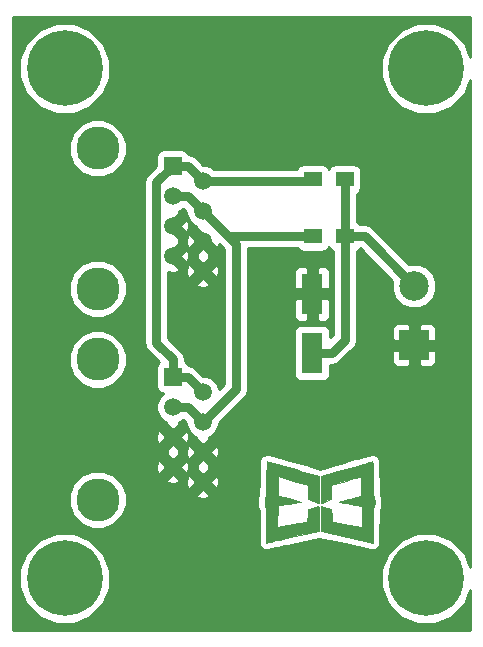
<source format=gtl>
G04 #@! TF.FileFunction,Copper,L1,Top,Signal*
%FSLAX46Y46*%
G04 Gerber Fmt 4.6, Leading zero omitted, Abs format (unit mm)*
G04 Created by KiCad (PCBNEW 4.0.4-stable) date Mon Nov 28 14:05:52 2016*
%MOMM*%
%LPD*%
G01*
G04 APERTURE LIST*
%ADD10C,0.100000*%
%ADD11C,0.010000*%
%ADD12C,6.400000*%
%ADD13R,1.800860X3.500120*%
%ADD14C,3.649980*%
%ADD15R,1.501140X1.501140*%
%ADD16C,1.501140*%
%ADD17R,1.500000X1.300000*%
%ADD18C,2.500000*%
%ADD19R,2.500000X2.500000*%
%ADD20C,0.762000*%
%ADD21C,0.254000*%
G04 APERTURE END LIST*
D10*
D11*
G36*
X133994123Y-117090014D02*
X134080465Y-117110488D01*
X134212361Y-117144705D01*
X134382118Y-117190612D01*
X134582043Y-117246152D01*
X134804445Y-117309272D01*
X134871373Y-117328506D01*
X135111885Y-117397818D01*
X135399780Y-117480782D01*
X135721424Y-117573470D01*
X136063182Y-117671951D01*
X136411419Y-117772298D01*
X136752502Y-117870581D01*
X137060637Y-117959368D01*
X138354450Y-118332168D01*
X138354450Y-119486084D01*
X138353819Y-119749575D01*
X138352024Y-119991824D01*
X138349209Y-120205794D01*
X138345521Y-120384450D01*
X138341105Y-120520756D01*
X138336106Y-120607675D01*
X138330670Y-120638172D01*
X138330637Y-120638171D01*
X138294538Y-120625187D01*
X138211636Y-120590768D01*
X138092987Y-120539637D01*
X137949652Y-120476514D01*
X137894075Y-120451737D01*
X137481325Y-120267131D01*
X137449575Y-119100415D01*
X136195450Y-118711593D01*
X135925233Y-118627984D01*
X135673862Y-118550527D01*
X135447807Y-118481192D01*
X135253538Y-118421950D01*
X135097528Y-118374771D01*
X134986245Y-118341624D01*
X134926162Y-118324481D01*
X134917512Y-118322511D01*
X134911156Y-118352806D01*
X134905440Y-118438312D01*
X134900600Y-118570739D01*
X134896872Y-118741799D01*
X134894494Y-118943204D01*
X134893700Y-119156539D01*
X134893700Y-119990828D01*
X135377887Y-120110251D01*
X135744237Y-120201377D01*
X136060864Y-120281740D01*
X136325875Y-120350821D01*
X136537376Y-120408100D01*
X136693471Y-120453060D01*
X136792267Y-120485183D01*
X136831869Y-120503948D01*
X136830122Y-120507817D01*
X136788648Y-120516214D01*
X136692503Y-120532900D01*
X136549786Y-120556556D01*
X136368595Y-120585864D01*
X136157030Y-120619505D01*
X135923188Y-120656160D01*
X135831880Y-120670341D01*
X134877825Y-120818136D01*
X134860973Y-122641704D01*
X134932899Y-122625971D01*
X134980148Y-122616925D01*
X135079781Y-122598762D01*
X135223523Y-122572939D01*
X135403099Y-122540913D01*
X135610234Y-122504140D01*
X135836655Y-122464078D01*
X136074085Y-122422183D01*
X136314251Y-122379911D01*
X136548877Y-122338719D01*
X136769689Y-122300064D01*
X136968413Y-122265402D01*
X137136774Y-122236190D01*
X137266496Y-122213885D01*
X137349306Y-122199943D01*
X137376830Y-122195750D01*
X137383605Y-122165777D01*
X137391932Y-122082882D01*
X137401014Y-121957597D01*
X137410055Y-121800459D01*
X137415817Y-121679812D01*
X137424710Y-121505005D01*
X137434721Y-121352990D01*
X137444937Y-121234864D01*
X137454444Y-121161727D01*
X137459922Y-121143457D01*
X137496961Y-121126943D01*
X137582508Y-121096690D01*
X137704155Y-121056881D01*
X137849492Y-121011698D01*
X137862325Y-121007809D01*
X138012972Y-120962208D01*
X138144985Y-120922176D01*
X138244529Y-120891914D01*
X138297766Y-120875623D01*
X138298887Y-120875274D01*
X138313958Y-120873847D01*
X138326036Y-120884077D01*
X138335449Y-120912149D01*
X138342528Y-120964250D01*
X138347601Y-121046565D01*
X138350998Y-121165280D01*
X138353049Y-121326580D01*
X138354083Y-121536651D01*
X138354430Y-121801679D01*
X138354450Y-121918434D01*
X138354449Y-122978898D01*
X136314512Y-123431613D01*
X135958967Y-123510538D01*
X135617560Y-123586365D01*
X135296037Y-123657815D01*
X135000140Y-123723610D01*
X134735613Y-123782472D01*
X134508201Y-123833121D01*
X134323647Y-123874281D01*
X134187694Y-123904673D01*
X134106088Y-123923018D01*
X134092012Y-123926223D01*
X133909450Y-123968118D01*
X133909450Y-122464948D01*
X133909386Y-122117295D01*
X133909046Y-121827742D01*
X133908204Y-121590893D01*
X133906635Y-121401347D01*
X133904115Y-121253705D01*
X133900417Y-121142570D01*
X133895318Y-121062543D01*
X133888591Y-121008223D01*
X133880013Y-120974214D01*
X133869357Y-120955116D01*
X133856399Y-120945530D01*
X133845950Y-120941625D01*
X133819120Y-120928642D01*
X133801115Y-120902519D01*
X133790194Y-120852191D01*
X133784614Y-120766593D01*
X133782635Y-120634660D01*
X133782449Y-120538173D01*
X133784036Y-120367672D01*
X133789591Y-120250266D01*
X133800306Y-120175611D01*
X133817371Y-120133360D01*
X133830650Y-120119625D01*
X133842215Y-120103727D01*
X133852299Y-120070707D01*
X133861181Y-120015375D01*
X133869139Y-119932542D01*
X133876451Y-119817018D01*
X133883394Y-119663615D01*
X133890248Y-119467142D01*
X133897291Y-119222411D01*
X133904799Y-118924231D01*
X133912491Y-118592304D01*
X133919592Y-118290703D01*
X133926806Y-118008888D01*
X133933932Y-117753140D01*
X133940767Y-117529741D01*
X133947110Y-117344973D01*
X133952758Y-117205116D01*
X133957508Y-117116453D01*
X133961026Y-117085339D01*
X133994123Y-117090014D01*
X133994123Y-117090014D01*
G37*
X133994123Y-117090014D02*
X134080465Y-117110488D01*
X134212361Y-117144705D01*
X134382118Y-117190612D01*
X134582043Y-117246152D01*
X134804445Y-117309272D01*
X134871373Y-117328506D01*
X135111885Y-117397818D01*
X135399780Y-117480782D01*
X135721424Y-117573470D01*
X136063182Y-117671951D01*
X136411419Y-117772298D01*
X136752502Y-117870581D01*
X137060637Y-117959368D01*
X138354450Y-118332168D01*
X138354450Y-119486084D01*
X138353819Y-119749575D01*
X138352024Y-119991824D01*
X138349209Y-120205794D01*
X138345521Y-120384450D01*
X138341105Y-120520756D01*
X138336106Y-120607675D01*
X138330670Y-120638172D01*
X138330637Y-120638171D01*
X138294538Y-120625187D01*
X138211636Y-120590768D01*
X138092987Y-120539637D01*
X137949652Y-120476514D01*
X137894075Y-120451737D01*
X137481325Y-120267131D01*
X137449575Y-119100415D01*
X136195450Y-118711593D01*
X135925233Y-118627984D01*
X135673862Y-118550527D01*
X135447807Y-118481192D01*
X135253538Y-118421950D01*
X135097528Y-118374771D01*
X134986245Y-118341624D01*
X134926162Y-118324481D01*
X134917512Y-118322511D01*
X134911156Y-118352806D01*
X134905440Y-118438312D01*
X134900600Y-118570739D01*
X134896872Y-118741799D01*
X134894494Y-118943204D01*
X134893700Y-119156539D01*
X134893700Y-119990828D01*
X135377887Y-120110251D01*
X135744237Y-120201377D01*
X136060864Y-120281740D01*
X136325875Y-120350821D01*
X136537376Y-120408100D01*
X136693471Y-120453060D01*
X136792267Y-120485183D01*
X136831869Y-120503948D01*
X136830122Y-120507817D01*
X136788648Y-120516214D01*
X136692503Y-120532900D01*
X136549786Y-120556556D01*
X136368595Y-120585864D01*
X136157030Y-120619505D01*
X135923188Y-120656160D01*
X135831880Y-120670341D01*
X134877825Y-120818136D01*
X134860973Y-122641704D01*
X134932899Y-122625971D01*
X134980148Y-122616925D01*
X135079781Y-122598762D01*
X135223523Y-122572939D01*
X135403099Y-122540913D01*
X135610234Y-122504140D01*
X135836655Y-122464078D01*
X136074085Y-122422183D01*
X136314251Y-122379911D01*
X136548877Y-122338719D01*
X136769689Y-122300064D01*
X136968413Y-122265402D01*
X137136774Y-122236190D01*
X137266496Y-122213885D01*
X137349306Y-122199943D01*
X137376830Y-122195750D01*
X137383605Y-122165777D01*
X137391932Y-122082882D01*
X137401014Y-121957597D01*
X137410055Y-121800459D01*
X137415817Y-121679812D01*
X137424710Y-121505005D01*
X137434721Y-121352990D01*
X137444937Y-121234864D01*
X137454444Y-121161727D01*
X137459922Y-121143457D01*
X137496961Y-121126943D01*
X137582508Y-121096690D01*
X137704155Y-121056881D01*
X137849492Y-121011698D01*
X137862325Y-121007809D01*
X138012972Y-120962208D01*
X138144985Y-120922176D01*
X138244529Y-120891914D01*
X138297766Y-120875623D01*
X138298887Y-120875274D01*
X138313958Y-120873847D01*
X138326036Y-120884077D01*
X138335449Y-120912149D01*
X138342528Y-120964250D01*
X138347601Y-121046565D01*
X138350998Y-121165280D01*
X138353049Y-121326580D01*
X138354083Y-121536651D01*
X138354430Y-121801679D01*
X138354450Y-121918434D01*
X138354449Y-122978898D01*
X136314512Y-123431613D01*
X135958967Y-123510538D01*
X135617560Y-123586365D01*
X135296037Y-123657815D01*
X135000140Y-123723610D01*
X134735613Y-123782472D01*
X134508201Y-123833121D01*
X134323647Y-123874281D01*
X134187694Y-123904673D01*
X134106088Y-123923018D01*
X134092012Y-123926223D01*
X133909450Y-123968118D01*
X133909450Y-122464948D01*
X133909386Y-122117295D01*
X133909046Y-121827742D01*
X133908204Y-121590893D01*
X133906635Y-121401347D01*
X133904115Y-121253705D01*
X133900417Y-121142570D01*
X133895318Y-121062543D01*
X133888591Y-121008223D01*
X133880013Y-120974214D01*
X133869357Y-120955116D01*
X133856399Y-120945530D01*
X133845950Y-120941625D01*
X133819120Y-120928642D01*
X133801115Y-120902519D01*
X133790194Y-120852191D01*
X133784614Y-120766593D01*
X133782635Y-120634660D01*
X133782449Y-120538173D01*
X133784036Y-120367672D01*
X133789591Y-120250266D01*
X133800306Y-120175611D01*
X133817371Y-120133360D01*
X133830650Y-120119625D01*
X133842215Y-120103727D01*
X133852299Y-120070707D01*
X133861181Y-120015375D01*
X133869139Y-119932542D01*
X133876451Y-119817018D01*
X133883394Y-119663615D01*
X133890248Y-119467142D01*
X133897291Y-119222411D01*
X133904799Y-118924231D01*
X133912491Y-118592304D01*
X133919592Y-118290703D01*
X133926806Y-118008888D01*
X133933932Y-117753140D01*
X133940767Y-117529741D01*
X133947110Y-117344973D01*
X133952758Y-117205116D01*
X133957508Y-117116453D01*
X133961026Y-117085339D01*
X133994123Y-117090014D01*
G36*
X142899229Y-117095596D02*
X142902930Y-117129394D01*
X142907697Y-117220397D01*
X142913329Y-117362321D01*
X142919627Y-117548884D01*
X142926390Y-117773801D01*
X142933418Y-118030790D01*
X142940512Y-118313569D01*
X142947169Y-118602104D01*
X142955192Y-118954422D01*
X142962502Y-119248467D01*
X142969378Y-119489456D01*
X142976098Y-119682610D01*
X142982942Y-119833146D01*
X142990188Y-119946283D01*
X142998117Y-120027240D01*
X143007007Y-120081236D01*
X143017137Y-120113489D01*
X143028786Y-120129218D01*
X143028850Y-120129265D01*
X143050313Y-120157179D01*
X143064680Y-120210721D01*
X143073167Y-120300349D01*
X143076989Y-120436518D01*
X143077550Y-120548173D01*
X143076801Y-120710392D01*
X143073402Y-120820175D01*
X143065620Y-120888579D01*
X143051722Y-120926662D01*
X143029975Y-120945481D01*
X143014356Y-120951527D01*
X142999710Y-120957817D01*
X142987480Y-120970172D01*
X142977412Y-120993998D01*
X142969251Y-121034702D01*
X142962743Y-121097689D01*
X142957634Y-121188365D01*
X142953670Y-121312136D01*
X142950596Y-121474407D01*
X142948157Y-121680586D01*
X142946101Y-121936077D01*
X142944171Y-122246287D01*
X142942919Y-122470096D01*
X142934675Y-123968607D01*
X140720112Y-123479214D01*
X138505549Y-122989822D01*
X138505550Y-121928896D01*
X138505721Y-121641226D01*
X138506453Y-121410871D01*
X138508077Y-121231647D01*
X138510921Y-121097367D01*
X138515314Y-121001848D01*
X138521587Y-120938904D01*
X138530067Y-120902351D01*
X138541084Y-120886004D01*
X138554968Y-120883679D01*
X138561112Y-120885200D01*
X138611874Y-120900662D01*
X138709607Y-120930209D01*
X138840465Y-120969660D01*
X138990601Y-121014836D01*
X138997675Y-121016963D01*
X139144473Y-121062212D01*
X139268600Y-121102580D01*
X139357636Y-121133880D01*
X139399159Y-121151920D01*
X139400077Y-121152685D01*
X139408611Y-121190059D01*
X139418459Y-121279774D01*
X139428709Y-121410711D01*
X139438448Y-121571750D01*
X139444182Y-121689812D01*
X139453040Y-121862705D01*
X139463020Y-122010961D01*
X139473219Y-122124044D01*
X139482734Y-122191418D01*
X139488393Y-122205750D01*
X139523710Y-122211079D01*
X139613234Y-122226092D01*
X139748655Y-122249324D01*
X139921668Y-122279310D01*
X140123962Y-122314587D01*
X140347232Y-122353690D01*
X140583169Y-122395155D01*
X140823465Y-122437518D01*
X141059813Y-122479315D01*
X141283904Y-122519081D01*
X141487431Y-122555353D01*
X141662086Y-122586665D01*
X141799562Y-122611554D01*
X141891550Y-122628556D01*
X141927100Y-122635560D01*
X141999026Y-122651704D01*
X141990600Y-121738695D01*
X141982175Y-120825686D01*
X141026260Y-120678496D01*
X140786061Y-120641271D01*
X140565235Y-120606591D01*
X140371846Y-120575759D01*
X140213964Y-120550076D01*
X140099654Y-120530848D01*
X140036984Y-120519375D01*
X140028381Y-120517318D01*
X140047272Y-120506468D01*
X140119901Y-120482402D01*
X140238388Y-120447241D01*
X140394851Y-120403108D01*
X140581409Y-120352124D01*
X140790180Y-120296410D01*
X141013283Y-120238088D01*
X141242837Y-120179281D01*
X141470961Y-120122108D01*
X141689774Y-120068693D01*
X141736112Y-120057601D01*
X141966300Y-120002723D01*
X141966300Y-119167486D01*
X141965434Y-118944686D01*
X141962994Y-118744299D01*
X141959217Y-118574609D01*
X141954338Y-118443902D01*
X141948594Y-118360459D01*
X141942487Y-118332511D01*
X141907982Y-118341677D01*
X141819317Y-118367748D01*
X141682964Y-118408753D01*
X141505393Y-118462721D01*
X141293076Y-118527684D01*
X141052482Y-118601670D01*
X140790083Y-118682709D01*
X140664550Y-118721593D01*
X139410425Y-119110415D01*
X139378675Y-120277131D01*
X138965925Y-120461737D01*
X138816402Y-120528022D01*
X138687582Y-120584020D01*
X138590522Y-120625006D01*
X138536281Y-120646260D01*
X138529362Y-120648171D01*
X138523923Y-120618025D01*
X138518921Y-120531415D01*
X138514501Y-120395378D01*
X138510809Y-120216950D01*
X138507989Y-120003166D01*
X138506187Y-119761064D01*
X138505550Y-119497678D01*
X138505550Y-118342221D01*
X140021612Y-117905791D01*
X140349209Y-117811474D01*
X140682048Y-117715626D01*
X141010350Y-117621065D01*
X141324335Y-117530609D01*
X141614221Y-117447076D01*
X141870229Y-117373283D01*
X142082579Y-117312048D01*
X142210973Y-117275000D01*
X142407211Y-117219186D01*
X142582278Y-117170986D01*
X142727245Y-117132727D01*
X142833183Y-117106736D01*
X142891164Y-117095342D01*
X142899229Y-117095596D01*
X142899229Y-117095596D01*
G37*
X142899229Y-117095596D02*
X142902930Y-117129394D01*
X142907697Y-117220397D01*
X142913329Y-117362321D01*
X142919627Y-117548884D01*
X142926390Y-117773801D01*
X142933418Y-118030790D01*
X142940512Y-118313569D01*
X142947169Y-118602104D01*
X142955192Y-118954422D01*
X142962502Y-119248467D01*
X142969378Y-119489456D01*
X142976098Y-119682610D01*
X142982942Y-119833146D01*
X142990188Y-119946283D01*
X142998117Y-120027240D01*
X143007007Y-120081236D01*
X143017137Y-120113489D01*
X143028786Y-120129218D01*
X143028850Y-120129265D01*
X143050313Y-120157179D01*
X143064680Y-120210721D01*
X143073167Y-120300349D01*
X143076989Y-120436518D01*
X143077550Y-120548173D01*
X143076801Y-120710392D01*
X143073402Y-120820175D01*
X143065620Y-120888579D01*
X143051722Y-120926662D01*
X143029975Y-120945481D01*
X143014356Y-120951527D01*
X142999710Y-120957817D01*
X142987480Y-120970172D01*
X142977412Y-120993998D01*
X142969251Y-121034702D01*
X142962743Y-121097689D01*
X142957634Y-121188365D01*
X142953670Y-121312136D01*
X142950596Y-121474407D01*
X142948157Y-121680586D01*
X142946101Y-121936077D01*
X142944171Y-122246287D01*
X142942919Y-122470096D01*
X142934675Y-123968607D01*
X140720112Y-123479214D01*
X138505549Y-122989822D01*
X138505550Y-121928896D01*
X138505721Y-121641226D01*
X138506453Y-121410871D01*
X138508077Y-121231647D01*
X138510921Y-121097367D01*
X138515314Y-121001848D01*
X138521587Y-120938904D01*
X138530067Y-120902351D01*
X138541084Y-120886004D01*
X138554968Y-120883679D01*
X138561112Y-120885200D01*
X138611874Y-120900662D01*
X138709607Y-120930209D01*
X138840465Y-120969660D01*
X138990601Y-121014836D01*
X138997675Y-121016963D01*
X139144473Y-121062212D01*
X139268600Y-121102580D01*
X139357636Y-121133880D01*
X139399159Y-121151920D01*
X139400077Y-121152685D01*
X139408611Y-121190059D01*
X139418459Y-121279774D01*
X139428709Y-121410711D01*
X139438448Y-121571750D01*
X139444182Y-121689812D01*
X139453040Y-121862705D01*
X139463020Y-122010961D01*
X139473219Y-122124044D01*
X139482734Y-122191418D01*
X139488393Y-122205750D01*
X139523710Y-122211079D01*
X139613234Y-122226092D01*
X139748655Y-122249324D01*
X139921668Y-122279310D01*
X140123962Y-122314587D01*
X140347232Y-122353690D01*
X140583169Y-122395155D01*
X140823465Y-122437518D01*
X141059813Y-122479315D01*
X141283904Y-122519081D01*
X141487431Y-122555353D01*
X141662086Y-122586665D01*
X141799562Y-122611554D01*
X141891550Y-122628556D01*
X141927100Y-122635560D01*
X141999026Y-122651704D01*
X141990600Y-121738695D01*
X141982175Y-120825686D01*
X141026260Y-120678496D01*
X140786061Y-120641271D01*
X140565235Y-120606591D01*
X140371846Y-120575759D01*
X140213964Y-120550076D01*
X140099654Y-120530848D01*
X140036984Y-120519375D01*
X140028381Y-120517318D01*
X140047272Y-120506468D01*
X140119901Y-120482402D01*
X140238388Y-120447241D01*
X140394851Y-120403108D01*
X140581409Y-120352124D01*
X140790180Y-120296410D01*
X141013283Y-120238088D01*
X141242837Y-120179281D01*
X141470961Y-120122108D01*
X141689774Y-120068693D01*
X141736112Y-120057601D01*
X141966300Y-120002723D01*
X141966300Y-119167486D01*
X141965434Y-118944686D01*
X141962994Y-118744299D01*
X141959217Y-118574609D01*
X141954338Y-118443902D01*
X141948594Y-118360459D01*
X141942487Y-118332511D01*
X141907982Y-118341677D01*
X141819317Y-118367748D01*
X141682964Y-118408753D01*
X141505393Y-118462721D01*
X141293076Y-118527684D01*
X141052482Y-118601670D01*
X140790083Y-118682709D01*
X140664550Y-118721593D01*
X139410425Y-119110415D01*
X139378675Y-120277131D01*
X138965925Y-120461737D01*
X138816402Y-120528022D01*
X138687582Y-120584020D01*
X138590522Y-120625006D01*
X138536281Y-120646260D01*
X138529362Y-120648171D01*
X138523923Y-120618025D01*
X138518921Y-120531415D01*
X138514501Y-120395378D01*
X138510809Y-120216950D01*
X138507989Y-120003166D01*
X138506187Y-119761064D01*
X138505550Y-119497678D01*
X138505550Y-118342221D01*
X140021612Y-117905791D01*
X140349209Y-117811474D01*
X140682048Y-117715626D01*
X141010350Y-117621065D01*
X141324335Y-117530609D01*
X141614221Y-117447076D01*
X141870229Y-117373283D01*
X142082579Y-117312048D01*
X142210973Y-117275000D01*
X142407211Y-117219186D01*
X142582278Y-117170986D01*
X142727245Y-117132727D01*
X142833183Y-117106736D01*
X142891164Y-117095342D01*
X142899229Y-117095596D01*
D12*
X147447000Y-127000000D03*
D13*
X137795000Y-102910640D03*
X137795000Y-107909360D03*
D14*
X119634000Y-102458520D03*
X119634000Y-90589100D03*
D15*
X125984000Y-92075000D03*
D16*
X128524000Y-93345000D03*
X125984000Y-94615000D03*
X128524000Y-95885000D03*
X125984000Y-97155000D03*
X128524000Y-98425000D03*
X125984000Y-99695000D03*
X128524000Y-100965000D03*
D14*
X119634000Y-120327420D03*
X119634000Y-108458000D03*
D15*
X125984000Y-109943900D03*
D16*
X128524000Y-111213900D03*
X125984000Y-112483900D03*
X128524000Y-113753900D03*
X125984000Y-115023900D03*
X128524000Y-116293900D03*
X125984000Y-117563900D03*
X128524000Y-118833900D03*
D17*
X140542000Y-93218000D03*
X137842000Y-93218000D03*
X140542000Y-98044000D03*
X137842000Y-98044000D03*
D18*
X146431000Y-102235000D03*
D19*
X146431000Y-107235000D03*
D12*
X116840000Y-83820000D03*
X116840000Y-127000000D03*
X147447000Y-83820000D03*
D20*
X137795000Y-102910640D02*
X137795000Y-102061010D01*
X137795000Y-107909360D02*
X139457430Y-107909360D01*
X139457430Y-107909360D02*
X140542000Y-106824790D01*
X140542000Y-106824790D02*
X140542000Y-99456000D01*
X140542000Y-99456000D02*
X140542000Y-98044000D01*
X140542000Y-98679000D02*
X140542000Y-98044000D01*
X140542000Y-98044000D02*
X142240000Y-98044000D01*
X142240000Y-98044000D02*
X146431000Y-102235000D01*
X140542000Y-93218000D02*
X140542000Y-98044000D01*
X125984000Y-109943900D02*
X127254000Y-109943900D01*
X127254000Y-109943900D02*
X128524000Y-111213900D01*
X125984000Y-109943900D02*
X125984000Y-108431330D01*
X124598429Y-107045759D02*
X124598429Y-93460571D01*
X125984000Y-108431330D02*
X124598429Y-107045759D01*
X124598429Y-93460571D02*
X125984000Y-92075000D01*
X128524000Y-93345000D02*
X137715000Y-93345000D01*
X137715000Y-93345000D02*
X137842000Y-93218000D01*
X125984000Y-92075000D02*
X127254000Y-92075000D01*
X127254000Y-92075000D02*
X128524000Y-93345000D01*
X128524000Y-113753900D02*
X131318000Y-110959900D01*
X131318000Y-110959900D02*
X131318000Y-98679000D01*
X131318000Y-98679000D02*
X130683000Y-98044000D01*
X125984000Y-112483900D02*
X127254000Y-112483900D01*
X127254000Y-112483900D02*
X128524000Y-113753900D01*
X128524000Y-95885000D02*
X130683000Y-98044000D01*
X130683000Y-98044000D02*
X137842000Y-98044000D01*
X125984000Y-94615000D02*
X127254000Y-94615000D01*
X127254000Y-94615000D02*
X128524000Y-95885000D01*
D21*
G36*
X151182000Y-82816893D02*
X150700050Y-81650485D01*
X149622189Y-80570741D01*
X148213175Y-79985667D01*
X146687518Y-79984336D01*
X145277485Y-80566950D01*
X144197741Y-81644811D01*
X143612667Y-83053825D01*
X143611336Y-84579482D01*
X144193950Y-85989515D01*
X145271811Y-87069259D01*
X146680825Y-87654333D01*
X148206482Y-87655664D01*
X149616515Y-87073050D01*
X150696259Y-85995189D01*
X151182000Y-84825395D01*
X151182000Y-125996893D01*
X150700050Y-124830485D01*
X149622189Y-123750741D01*
X148213175Y-123165667D01*
X146687518Y-123164336D01*
X145277485Y-123746950D01*
X144197741Y-124824811D01*
X143612667Y-126233825D01*
X143611336Y-127759482D01*
X144193950Y-129169515D01*
X145271811Y-130249259D01*
X146680825Y-130834333D01*
X148206482Y-130835664D01*
X149616515Y-130253050D01*
X150696259Y-129175189D01*
X151182000Y-128005395D01*
X151182000Y-131370000D01*
X112470000Y-131370000D01*
X112470000Y-127759482D01*
X113004336Y-127759482D01*
X113586950Y-129169515D01*
X114664811Y-130249259D01*
X116073825Y-130834333D01*
X117599482Y-130835664D01*
X119009515Y-130253050D01*
X120089259Y-129175189D01*
X120674333Y-127766175D01*
X120675664Y-126240518D01*
X120093050Y-124830485D01*
X119015189Y-123750741D01*
X117606175Y-123165667D01*
X116080518Y-123164336D01*
X114670485Y-123746950D01*
X113590741Y-124824811D01*
X113005667Y-126233825D01*
X113004336Y-127759482D01*
X112470000Y-127759482D01*
X112470000Y-120814595D01*
X117173584Y-120814595D01*
X117547306Y-121719072D01*
X118238708Y-122411682D01*
X119142531Y-122786982D01*
X120121175Y-122787836D01*
X121025652Y-122414114D01*
X121718262Y-121722712D01*
X122093562Y-120818889D01*
X122093805Y-120539407D01*
X133142450Y-120539407D01*
X133142636Y-120635894D01*
X133143475Y-120640070D01*
X133142707Y-120644259D01*
X133144686Y-120776192D01*
X133148099Y-120792099D01*
X133145970Y-120808225D01*
X133151550Y-120893824D01*
X133163921Y-120940057D01*
X133164750Y-120987910D01*
X133175671Y-121038238D01*
X133212385Y-121122703D01*
X133214638Y-121138881D01*
X133232785Y-121169778D01*
X133263325Y-121240602D01*
X133264296Y-121269799D01*
X133266681Y-121409490D01*
X133268213Y-121594653D01*
X133269047Y-121829088D01*
X133269386Y-122117878D01*
X133269450Y-122464948D01*
X133269450Y-123968118D01*
X133283552Y-124039012D01*
X133285664Y-124111267D01*
X133307680Y-124160312D01*
X133318167Y-124213035D01*
X133358326Y-124273137D01*
X133387928Y-124339082D01*
X133427035Y-124375967D01*
X133456902Y-124420666D01*
X133517005Y-124460826D01*
X133569589Y-124510422D01*
X133619833Y-124529533D01*
X133664533Y-124559401D01*
X133735431Y-124573503D01*
X133802990Y-124599201D01*
X133856724Y-124597630D01*
X133909450Y-124608118D01*
X133980344Y-124594016D01*
X134052599Y-124591904D01*
X134234934Y-124550061D01*
X134247136Y-124547282D01*
X134327698Y-124529172D01*
X134463272Y-124498865D01*
X134463275Y-124498864D01*
X134647330Y-124457815D01*
X134647332Y-124457815D01*
X134874623Y-124407193D01*
X134874625Y-124407193D01*
X135139152Y-124348331D01*
X135139154Y-124348330D01*
X135434872Y-124282575D01*
X135434873Y-124282575D01*
X135756396Y-124211125D01*
X136097730Y-124135314D01*
X136097732Y-124135313D01*
X136453169Y-124056412D01*
X136453171Y-124056412D01*
X138405468Y-123623147D01*
X140582011Y-124104137D01*
X142796575Y-124593530D01*
X142864549Y-124594967D01*
X142931154Y-124608597D01*
X142988171Y-124597581D01*
X143046234Y-124598809D01*
X143109585Y-124574124D01*
X143176335Y-124561228D01*
X143224796Y-124529232D01*
X143278910Y-124508146D01*
X143327992Y-124461097D01*
X143384727Y-124423638D01*
X143417255Y-124375531D01*
X143459180Y-124335343D01*
X143486521Y-124273092D01*
X143524602Y-124216773D01*
X143536244Y-124159881D01*
X143559598Y-124106708D01*
X143561035Y-124038733D01*
X143574665Y-123972128D01*
X143582909Y-122473617D01*
X143584159Y-122250269D01*
X143586089Y-121940059D01*
X143588126Y-121686959D01*
X143590524Y-121484257D01*
X143593476Y-121328455D01*
X143596011Y-121249285D01*
X143623838Y-121213512D01*
X143633672Y-121177759D01*
X143652938Y-121146070D01*
X143666836Y-121107986D01*
X143678428Y-121033096D01*
X143701518Y-120960922D01*
X143709300Y-120892518D01*
X143707088Y-120865952D01*
X143713095Y-120839981D01*
X143716494Y-120730197D01*
X143715083Y-120721745D01*
X143716794Y-120713347D01*
X143717543Y-120551128D01*
X143716944Y-120548043D01*
X143717542Y-120544957D01*
X143716981Y-120433302D01*
X143715481Y-120425954D01*
X143716737Y-120418562D01*
X143712915Y-120282393D01*
X143708128Y-120261419D01*
X143710317Y-120240016D01*
X143701830Y-120150388D01*
X143686361Y-120098694D01*
X143682813Y-120044856D01*
X143668446Y-119991314D01*
X143668356Y-119991131D01*
X143668342Y-119990924D01*
X143632291Y-119918002D01*
X143630242Y-119911155D01*
X143629750Y-119910551D01*
X143628190Y-119894621D01*
X143622015Y-119798202D01*
X143615591Y-119656910D01*
X143609063Y-119469259D01*
X143602270Y-119231202D01*
X143595013Y-118939282D01*
X143587003Y-118587534D01*
X143586982Y-118587439D01*
X143586999Y-118587342D01*
X143580342Y-118298807D01*
X143580199Y-118298166D01*
X143580311Y-118297519D01*
X143573217Y-118014740D01*
X143573055Y-118014021D01*
X143573179Y-118013294D01*
X143566151Y-117756305D01*
X143565954Y-117755440D01*
X143566101Y-117754566D01*
X143559338Y-117529649D01*
X143559068Y-117528478D01*
X143559263Y-117527291D01*
X143552965Y-117340728D01*
X143552525Y-117338849D01*
X143552826Y-117336944D01*
X143547194Y-117195020D01*
X143546228Y-117191005D01*
X143546821Y-117186918D01*
X143542054Y-117095915D01*
X143537522Y-117078069D01*
X143539127Y-117059728D01*
X143535426Y-117025930D01*
X143519148Y-116974298D01*
X143519153Y-116971934D01*
X143515942Y-116964130D01*
X143511169Y-116948992D01*
X143497929Y-116869413D01*
X143473961Y-116830975D01*
X143460339Y-116787771D01*
X143427036Y-116748081D01*
X143424125Y-116741007D01*
X143407351Y-116724155D01*
X143365798Y-116657518D01*
X143328946Y-116631179D01*
X143299827Y-116596476D01*
X143259215Y-116575334D01*
X143247957Y-116564024D01*
X143216823Y-116551044D01*
X143162637Y-116512316D01*
X143118508Y-116502084D01*
X143078328Y-116481167D01*
X143041491Y-116477944D01*
X143017471Y-116467929D01*
X142970734Y-116467821D01*
X142919375Y-116455913D01*
X142911310Y-116455659D01*
X142868403Y-116462798D01*
X142829563Y-116459399D01*
X142804069Y-116467437D01*
X142767756Y-116467353D01*
X142709775Y-116478747D01*
X142695794Y-116484500D01*
X142680687Y-116485169D01*
X142574749Y-116511160D01*
X142569600Y-116513565D01*
X142563931Y-116513915D01*
X142418964Y-116552174D01*
X142415849Y-116553696D01*
X142412392Y-116553946D01*
X142237325Y-116602146D01*
X142234867Y-116603379D01*
X142232126Y-116603601D01*
X142035888Y-116659415D01*
X142034782Y-116659982D01*
X142033540Y-116660087D01*
X141905146Y-116697135D01*
X141905143Y-116697137D01*
X141692973Y-116758320D01*
X141692969Y-116758320D01*
X141437009Y-116832099D01*
X141437010Y-116832099D01*
X141147124Y-116915632D01*
X141147123Y-116915633D01*
X140833213Y-117006067D01*
X140833212Y-117006067D01*
X140504910Y-117100628D01*
X140504907Y-117100630D01*
X140172144Y-117196456D01*
X140172142Y-117196456D01*
X139844566Y-117290767D01*
X139844565Y-117290767D01*
X138447501Y-117692941D01*
X137237838Y-117344388D01*
X137237835Y-117344388D01*
X136929709Y-117255603D01*
X136929708Y-117255603D01*
X136588630Y-117157321D01*
X136588629Y-117157321D01*
X136240394Y-117056975D01*
X136240393Y-117056974D01*
X135898643Y-116958496D01*
X135898641Y-116958495D01*
X135576997Y-116865807D01*
X135576996Y-116865807D01*
X135289105Y-116782844D01*
X135289104Y-116782844D01*
X135048599Y-116713534D01*
X135048359Y-116713514D01*
X135048144Y-116713403D01*
X134981216Y-116694169D01*
X134980143Y-116694079D01*
X134979183Y-116693588D01*
X134756781Y-116630468D01*
X134754970Y-116630322D01*
X134753350Y-116629505D01*
X134553425Y-116573965D01*
X134551196Y-116573798D01*
X134549191Y-116572804D01*
X134379433Y-116526897D01*
X134376089Y-116526670D01*
X134373072Y-116525212D01*
X134241176Y-116490995D01*
X134234351Y-116490602D01*
X134228131Y-116487756D01*
X134141789Y-116467282D01*
X134111881Y-116466191D01*
X134083636Y-116456305D01*
X134050538Y-116451630D01*
X134041529Y-116452135D01*
X134032931Y-116449391D01*
X133917372Y-116459093D01*
X133892240Y-116458176D01*
X133884861Y-116460922D01*
X133801215Y-116465613D01*
X133793084Y-116469528D01*
X133784092Y-116470283D01*
X133680890Y-116523547D01*
X133576221Y-116573944D01*
X133570206Y-116580674D01*
X133562188Y-116584812D01*
X133487218Y-116673524D01*
X133409810Y-116760131D01*
X133406829Y-116768648D01*
X133401004Y-116775541D01*
X133380481Y-116839845D01*
X133380174Y-116840255D01*
X133379472Y-116843005D01*
X133365685Y-116886204D01*
X133327317Y-116995827D01*
X133327822Y-117004836D01*
X133325078Y-117013434D01*
X133321560Y-117044548D01*
X133323163Y-117063645D01*
X133318424Y-117082215D01*
X133313674Y-117170878D01*
X133314284Y-117175123D01*
X133313279Y-117179291D01*
X133307631Y-117319148D01*
X133307937Y-117321097D01*
X133307487Y-117323015D01*
X133301144Y-117507783D01*
X133301340Y-117508982D01*
X133301066Y-117510169D01*
X133294231Y-117733568D01*
X133294378Y-117734447D01*
X133294180Y-117735315D01*
X133287054Y-117991062D01*
X133287178Y-117991792D01*
X133287016Y-117992511D01*
X133279802Y-118274325D01*
X133279915Y-118274983D01*
X133279769Y-118275638D01*
X133272668Y-118577240D01*
X133272689Y-118577360D01*
X133272663Y-118577477D01*
X133264986Y-118908753D01*
X133257523Y-119205137D01*
X133250570Y-119446746D01*
X133243900Y-119637950D01*
X133237367Y-119782302D01*
X133231076Y-119881708D01*
X133230953Y-119882988D01*
X133223946Y-119893678D01*
X133206881Y-119935929D01*
X133192480Y-120011830D01*
X133166798Y-120084686D01*
X133156083Y-120159341D01*
X133157740Y-120190112D01*
X133150306Y-120220019D01*
X133144751Y-120337425D01*
X133146585Y-120349633D01*
X133144064Y-120361716D01*
X133142477Y-120532216D01*
X133143158Y-120535813D01*
X133142450Y-120539407D01*
X122093805Y-120539407D01*
X122094324Y-119945313D01*
X127943320Y-119945313D01*
X128027074Y-120156333D01*
X128570973Y-120245834D01*
X129020926Y-120156333D01*
X129104680Y-119945313D01*
X128524000Y-119364633D01*
X127943320Y-119945313D01*
X122094324Y-119945313D01*
X122094416Y-119840245D01*
X121720694Y-118935768D01*
X121460694Y-118675313D01*
X125403320Y-118675313D01*
X125487074Y-118886333D01*
X126030973Y-118975834D01*
X126480926Y-118886333D01*
X126483093Y-118880873D01*
X127112066Y-118880873D01*
X127201567Y-119330826D01*
X127412587Y-119414580D01*
X127993267Y-118833900D01*
X129054733Y-118833900D01*
X129635413Y-119414580D01*
X129846433Y-119330826D01*
X129935934Y-118786927D01*
X129846433Y-118336974D01*
X129635413Y-118253220D01*
X129054733Y-118833900D01*
X127993267Y-118833900D01*
X127412587Y-118253220D01*
X127201567Y-118336974D01*
X127112066Y-118880873D01*
X126483093Y-118880873D01*
X126564680Y-118675313D01*
X125984000Y-118094633D01*
X125403320Y-118675313D01*
X121460694Y-118675313D01*
X121029292Y-118243158D01*
X120125469Y-117867858D01*
X119146825Y-117867004D01*
X118242348Y-118240726D01*
X117549738Y-118932128D01*
X117174438Y-119835951D01*
X117173584Y-120814595D01*
X112470000Y-120814595D01*
X112470000Y-117610873D01*
X124572066Y-117610873D01*
X124661567Y-118060826D01*
X124872587Y-118144580D01*
X125453267Y-117563900D01*
X126514733Y-117563900D01*
X127095413Y-118144580D01*
X127306433Y-118060826D01*
X127395934Y-117516927D01*
X127373733Y-117405313D01*
X127943320Y-117405313D01*
X128006263Y-117563900D01*
X127943320Y-117722487D01*
X128524000Y-118303167D01*
X129104680Y-117722487D01*
X129041737Y-117563900D01*
X129104680Y-117405313D01*
X128524000Y-116824633D01*
X127943320Y-117405313D01*
X127373733Y-117405313D01*
X127306433Y-117066974D01*
X127095413Y-116983220D01*
X126514733Y-117563900D01*
X125453267Y-117563900D01*
X124872587Y-116983220D01*
X124661567Y-117066974D01*
X124572066Y-117610873D01*
X112470000Y-117610873D01*
X112470000Y-116135313D01*
X125403320Y-116135313D01*
X125466263Y-116293900D01*
X125403320Y-116452487D01*
X125984000Y-117033167D01*
X126564680Y-116452487D01*
X126520381Y-116340873D01*
X127112066Y-116340873D01*
X127201567Y-116790826D01*
X127412587Y-116874580D01*
X127993267Y-116293900D01*
X129054733Y-116293900D01*
X129635413Y-116874580D01*
X129846433Y-116790826D01*
X129935934Y-116246927D01*
X129846433Y-115796974D01*
X129635413Y-115713220D01*
X129054733Y-116293900D01*
X127993267Y-116293900D01*
X127412587Y-115713220D01*
X127201567Y-115796974D01*
X127112066Y-116340873D01*
X126520381Y-116340873D01*
X126501737Y-116293900D01*
X126564680Y-116135313D01*
X125984000Y-115554633D01*
X125403320Y-116135313D01*
X112470000Y-116135313D01*
X112470000Y-115070873D01*
X124572066Y-115070873D01*
X124661567Y-115520826D01*
X124872587Y-115604580D01*
X125453267Y-115023900D01*
X126514733Y-115023900D01*
X127095413Y-115604580D01*
X127306433Y-115520826D01*
X127395934Y-114976927D01*
X127306433Y-114526974D01*
X127095413Y-114443220D01*
X126514733Y-115023900D01*
X125453267Y-115023900D01*
X124872587Y-114443220D01*
X124661567Y-114526974D01*
X124572066Y-115070873D01*
X112470000Y-115070873D01*
X112470000Y-108945175D01*
X117173584Y-108945175D01*
X117547306Y-109849652D01*
X118238708Y-110542262D01*
X119142531Y-110917562D01*
X120121175Y-110918416D01*
X121025652Y-110544694D01*
X121718262Y-109853292D01*
X122093562Y-108949469D01*
X122094416Y-107970825D01*
X121720694Y-107066348D01*
X121029292Y-106373738D01*
X120125469Y-105998438D01*
X119146825Y-105997584D01*
X118242348Y-106371306D01*
X117549738Y-107062708D01*
X117174438Y-107966531D01*
X117173584Y-108945175D01*
X112470000Y-108945175D01*
X112470000Y-102945695D01*
X117173584Y-102945695D01*
X117547306Y-103850172D01*
X118238708Y-104542782D01*
X119142531Y-104918082D01*
X120121175Y-104918936D01*
X121025652Y-104545214D01*
X121718262Y-103853812D01*
X122093562Y-102949989D01*
X122094416Y-101971345D01*
X121720694Y-101066868D01*
X121029292Y-100374258D01*
X120125469Y-99998958D01*
X119146825Y-99998104D01*
X118242348Y-100371826D01*
X117549738Y-101063228D01*
X117174438Y-101967051D01*
X117173584Y-102945695D01*
X112470000Y-102945695D01*
X112470000Y-93460571D01*
X123582429Y-93460571D01*
X123582429Y-107045759D01*
X123615814Y-107213596D01*
X123659767Y-107434566D01*
X123880009Y-107764179D01*
X124820371Y-108704542D01*
X124781989Y-108729240D01*
X124636999Y-108941440D01*
X124585990Y-109193330D01*
X124585990Y-110694470D01*
X124630268Y-110929787D01*
X124769340Y-111145911D01*
X124981540Y-111290901D01*
X125178021Y-111330689D01*
X124810056Y-111698013D01*
X124598671Y-112207084D01*
X124598190Y-112758298D01*
X124808686Y-113267737D01*
X125198113Y-113657844D01*
X125461053Y-113767027D01*
X125403320Y-113912487D01*
X125984000Y-114493167D01*
X126564680Y-113912487D01*
X126506942Y-113767014D01*
X126767837Y-113659214D01*
X126880253Y-113546994D01*
X127138385Y-113805125D01*
X127138190Y-114028298D01*
X127348686Y-114537737D01*
X127738113Y-114927844D01*
X128001053Y-115037027D01*
X127943320Y-115182487D01*
X128524000Y-115763167D01*
X129104680Y-115182487D01*
X129046942Y-115037014D01*
X129307837Y-114929214D01*
X129697944Y-114539787D01*
X129909329Y-114030716D01*
X129909526Y-113805214D01*
X132036421Y-111678320D01*
X132256662Y-111348707D01*
X132334000Y-110959900D01*
X132334000Y-103450390D01*
X136259570Y-103450390D01*
X136259570Y-104787009D01*
X136356243Y-105020398D01*
X136534871Y-105199027D01*
X136768260Y-105295700D01*
X137255250Y-105295700D01*
X137414000Y-105136950D01*
X137414000Y-103291640D01*
X138176000Y-103291640D01*
X138176000Y-105136950D01*
X138334750Y-105295700D01*
X138821740Y-105295700D01*
X139055129Y-105199027D01*
X139233757Y-105020398D01*
X139330430Y-104787009D01*
X139330430Y-103450390D01*
X139171680Y-103291640D01*
X138176000Y-103291640D01*
X137414000Y-103291640D01*
X136418320Y-103291640D01*
X136259570Y-103450390D01*
X132334000Y-103450390D01*
X132334000Y-101034271D01*
X136259570Y-101034271D01*
X136259570Y-102370890D01*
X136418320Y-102529640D01*
X137414000Y-102529640D01*
X137414000Y-100684330D01*
X138176000Y-100684330D01*
X138176000Y-102529640D01*
X139171680Y-102529640D01*
X139330430Y-102370890D01*
X139330430Y-101034271D01*
X139233757Y-100800882D01*
X139055129Y-100622253D01*
X138821740Y-100525580D01*
X138334750Y-100525580D01*
X138176000Y-100684330D01*
X137414000Y-100684330D01*
X137255250Y-100525580D01*
X136768260Y-100525580D01*
X136534871Y-100622253D01*
X136356243Y-100800882D01*
X136259570Y-101034271D01*
X132334000Y-101034271D01*
X132334000Y-99060000D01*
X136572930Y-99060000D01*
X136627910Y-99145441D01*
X136840110Y-99290431D01*
X137092000Y-99341440D01*
X138592000Y-99341440D01*
X138827317Y-99297162D01*
X139043441Y-99158090D01*
X139188431Y-98945890D01*
X139191081Y-98932803D01*
X139327910Y-99145441D01*
X139526000Y-99280790D01*
X139526000Y-106403949D01*
X139342870Y-106587079D01*
X139342870Y-106159300D01*
X139298592Y-105923983D01*
X139159520Y-105707859D01*
X138947320Y-105562869D01*
X138695430Y-105511860D01*
X136894570Y-105511860D01*
X136659253Y-105556138D01*
X136443129Y-105695210D01*
X136298139Y-105907410D01*
X136247130Y-106159300D01*
X136247130Y-109659420D01*
X136291408Y-109894737D01*
X136430480Y-110110861D01*
X136642680Y-110255851D01*
X136894570Y-110306860D01*
X138695430Y-110306860D01*
X138930747Y-110262582D01*
X139146871Y-110123510D01*
X139291861Y-109911310D01*
X139342870Y-109659420D01*
X139342870Y-108925360D01*
X139457430Y-108925360D01*
X139781730Y-108860853D01*
X139846237Y-108848022D01*
X140175850Y-108627780D01*
X141028880Y-107774750D01*
X144546000Y-107774750D01*
X144546000Y-108611309D01*
X144642673Y-108844698D01*
X144821301Y-109023327D01*
X145054690Y-109120000D01*
X145891250Y-109120000D01*
X146050000Y-108961250D01*
X146050000Y-107616000D01*
X146812000Y-107616000D01*
X146812000Y-108961250D01*
X146970750Y-109120000D01*
X147807310Y-109120000D01*
X148040699Y-109023327D01*
X148219327Y-108844698D01*
X148316000Y-108611309D01*
X148316000Y-107774750D01*
X148157250Y-107616000D01*
X146812000Y-107616000D01*
X146050000Y-107616000D01*
X144704750Y-107616000D01*
X144546000Y-107774750D01*
X141028880Y-107774750D01*
X141260421Y-107543210D01*
X141480662Y-107213597D01*
X141558000Y-106824790D01*
X141558000Y-105858691D01*
X144546000Y-105858691D01*
X144546000Y-106695250D01*
X144704750Y-106854000D01*
X146050000Y-106854000D01*
X146050000Y-105508750D01*
X146812000Y-105508750D01*
X146812000Y-106854000D01*
X148157250Y-106854000D01*
X148316000Y-106695250D01*
X148316000Y-105858691D01*
X148219327Y-105625302D01*
X148040699Y-105446673D01*
X147807310Y-105350000D01*
X146970750Y-105350000D01*
X146812000Y-105508750D01*
X146050000Y-105508750D01*
X145891250Y-105350000D01*
X145054690Y-105350000D01*
X144821301Y-105446673D01*
X144642673Y-105625302D01*
X144546000Y-105858691D01*
X141558000Y-105858691D01*
X141558000Y-99277418D01*
X141743441Y-99158090D01*
X141810463Y-99060000D01*
X141819160Y-99060000D01*
X144567229Y-101808070D01*
X144546328Y-101858405D01*
X144545674Y-102608305D01*
X144832043Y-103301372D01*
X145361839Y-103832093D01*
X146054405Y-104119672D01*
X146804305Y-104120326D01*
X147497372Y-103833957D01*
X148028093Y-103304161D01*
X148315672Y-102611595D01*
X148316326Y-101861695D01*
X148029957Y-101168628D01*
X147500161Y-100637907D01*
X146807595Y-100350328D01*
X146057695Y-100349674D01*
X146004496Y-100371655D01*
X142958420Y-97325580D01*
X142628807Y-97105338D01*
X142564300Y-97092507D01*
X142240000Y-97028000D01*
X141811070Y-97028000D01*
X141756090Y-96942559D01*
X141558000Y-96807210D01*
X141558000Y-94451418D01*
X141743441Y-94332090D01*
X141888431Y-94119890D01*
X141939440Y-93868000D01*
X141939440Y-92568000D01*
X141895162Y-92332683D01*
X141756090Y-92116559D01*
X141543890Y-91971569D01*
X141292000Y-91920560D01*
X139792000Y-91920560D01*
X139556683Y-91964838D01*
X139340559Y-92103910D01*
X139195569Y-92316110D01*
X139192919Y-92329197D01*
X139056090Y-92116559D01*
X138843890Y-91971569D01*
X138592000Y-91920560D01*
X137092000Y-91920560D01*
X136856683Y-91964838D01*
X136640559Y-92103910D01*
X136495569Y-92316110D01*
X136492959Y-92329000D01*
X129467556Y-92329000D01*
X129309887Y-92171056D01*
X128800816Y-91959671D01*
X128575315Y-91959474D01*
X127972420Y-91356580D01*
X127642807Y-91136338D01*
X127578300Y-91123507D01*
X127327801Y-91073680D01*
X127198660Y-90872989D01*
X126986460Y-90727999D01*
X126734570Y-90676990D01*
X125233430Y-90676990D01*
X124998113Y-90721268D01*
X124781989Y-90860340D01*
X124636999Y-91072540D01*
X124585990Y-91324430D01*
X124585990Y-92036169D01*
X123880009Y-92742151D01*
X123659767Y-93071764D01*
X123659767Y-93071765D01*
X123582429Y-93460571D01*
X112470000Y-93460571D01*
X112470000Y-91076275D01*
X117173584Y-91076275D01*
X117547306Y-91980752D01*
X118238708Y-92673362D01*
X119142531Y-93048662D01*
X120121175Y-93049516D01*
X121025652Y-92675794D01*
X121718262Y-91984392D01*
X122093562Y-91080569D01*
X122094416Y-90101925D01*
X121720694Y-89197448D01*
X121029292Y-88504838D01*
X120125469Y-88129538D01*
X119146825Y-88128684D01*
X118242348Y-88502406D01*
X117549738Y-89193808D01*
X117174438Y-90097631D01*
X117173584Y-91076275D01*
X112470000Y-91076275D01*
X112470000Y-84579482D01*
X113004336Y-84579482D01*
X113586950Y-85989515D01*
X114664811Y-87069259D01*
X116073825Y-87654333D01*
X117599482Y-87655664D01*
X119009515Y-87073050D01*
X120089259Y-85995189D01*
X120674333Y-84586175D01*
X120675664Y-83060518D01*
X120093050Y-81650485D01*
X119015189Y-80570741D01*
X117606175Y-79985667D01*
X116080518Y-79984336D01*
X114670485Y-80566950D01*
X113590741Y-81644811D01*
X113005667Y-83053825D01*
X113004336Y-84579482D01*
X112470000Y-84579482D01*
X112470000Y-79450000D01*
X151182000Y-79450000D01*
X151182000Y-82816893D01*
X151182000Y-82816893D01*
G37*
X151182000Y-82816893D02*
X150700050Y-81650485D01*
X149622189Y-80570741D01*
X148213175Y-79985667D01*
X146687518Y-79984336D01*
X145277485Y-80566950D01*
X144197741Y-81644811D01*
X143612667Y-83053825D01*
X143611336Y-84579482D01*
X144193950Y-85989515D01*
X145271811Y-87069259D01*
X146680825Y-87654333D01*
X148206482Y-87655664D01*
X149616515Y-87073050D01*
X150696259Y-85995189D01*
X151182000Y-84825395D01*
X151182000Y-125996893D01*
X150700050Y-124830485D01*
X149622189Y-123750741D01*
X148213175Y-123165667D01*
X146687518Y-123164336D01*
X145277485Y-123746950D01*
X144197741Y-124824811D01*
X143612667Y-126233825D01*
X143611336Y-127759482D01*
X144193950Y-129169515D01*
X145271811Y-130249259D01*
X146680825Y-130834333D01*
X148206482Y-130835664D01*
X149616515Y-130253050D01*
X150696259Y-129175189D01*
X151182000Y-128005395D01*
X151182000Y-131370000D01*
X112470000Y-131370000D01*
X112470000Y-127759482D01*
X113004336Y-127759482D01*
X113586950Y-129169515D01*
X114664811Y-130249259D01*
X116073825Y-130834333D01*
X117599482Y-130835664D01*
X119009515Y-130253050D01*
X120089259Y-129175189D01*
X120674333Y-127766175D01*
X120675664Y-126240518D01*
X120093050Y-124830485D01*
X119015189Y-123750741D01*
X117606175Y-123165667D01*
X116080518Y-123164336D01*
X114670485Y-123746950D01*
X113590741Y-124824811D01*
X113005667Y-126233825D01*
X113004336Y-127759482D01*
X112470000Y-127759482D01*
X112470000Y-120814595D01*
X117173584Y-120814595D01*
X117547306Y-121719072D01*
X118238708Y-122411682D01*
X119142531Y-122786982D01*
X120121175Y-122787836D01*
X121025652Y-122414114D01*
X121718262Y-121722712D01*
X122093562Y-120818889D01*
X122093805Y-120539407D01*
X133142450Y-120539407D01*
X133142636Y-120635894D01*
X133143475Y-120640070D01*
X133142707Y-120644259D01*
X133144686Y-120776192D01*
X133148099Y-120792099D01*
X133145970Y-120808225D01*
X133151550Y-120893824D01*
X133163921Y-120940057D01*
X133164750Y-120987910D01*
X133175671Y-121038238D01*
X133212385Y-121122703D01*
X133214638Y-121138881D01*
X133232785Y-121169778D01*
X133263325Y-121240602D01*
X133264296Y-121269799D01*
X133266681Y-121409490D01*
X133268213Y-121594653D01*
X133269047Y-121829088D01*
X133269386Y-122117878D01*
X133269450Y-122464948D01*
X133269450Y-123968118D01*
X133283552Y-124039012D01*
X133285664Y-124111267D01*
X133307680Y-124160312D01*
X133318167Y-124213035D01*
X133358326Y-124273137D01*
X133387928Y-124339082D01*
X133427035Y-124375967D01*
X133456902Y-124420666D01*
X133517005Y-124460826D01*
X133569589Y-124510422D01*
X133619833Y-124529533D01*
X133664533Y-124559401D01*
X133735431Y-124573503D01*
X133802990Y-124599201D01*
X133856724Y-124597630D01*
X133909450Y-124608118D01*
X133980344Y-124594016D01*
X134052599Y-124591904D01*
X134234934Y-124550061D01*
X134247136Y-124547282D01*
X134327698Y-124529172D01*
X134463272Y-124498865D01*
X134463275Y-124498864D01*
X134647330Y-124457815D01*
X134647332Y-124457815D01*
X134874623Y-124407193D01*
X134874625Y-124407193D01*
X135139152Y-124348331D01*
X135139154Y-124348330D01*
X135434872Y-124282575D01*
X135434873Y-124282575D01*
X135756396Y-124211125D01*
X136097730Y-124135314D01*
X136097732Y-124135313D01*
X136453169Y-124056412D01*
X136453171Y-124056412D01*
X138405468Y-123623147D01*
X140582011Y-124104137D01*
X142796575Y-124593530D01*
X142864549Y-124594967D01*
X142931154Y-124608597D01*
X142988171Y-124597581D01*
X143046234Y-124598809D01*
X143109585Y-124574124D01*
X143176335Y-124561228D01*
X143224796Y-124529232D01*
X143278910Y-124508146D01*
X143327992Y-124461097D01*
X143384727Y-124423638D01*
X143417255Y-124375531D01*
X143459180Y-124335343D01*
X143486521Y-124273092D01*
X143524602Y-124216773D01*
X143536244Y-124159881D01*
X143559598Y-124106708D01*
X143561035Y-124038733D01*
X143574665Y-123972128D01*
X143582909Y-122473617D01*
X143584159Y-122250269D01*
X143586089Y-121940059D01*
X143588126Y-121686959D01*
X143590524Y-121484257D01*
X143593476Y-121328455D01*
X143596011Y-121249285D01*
X143623838Y-121213512D01*
X143633672Y-121177759D01*
X143652938Y-121146070D01*
X143666836Y-121107986D01*
X143678428Y-121033096D01*
X143701518Y-120960922D01*
X143709300Y-120892518D01*
X143707088Y-120865952D01*
X143713095Y-120839981D01*
X143716494Y-120730197D01*
X143715083Y-120721745D01*
X143716794Y-120713347D01*
X143717543Y-120551128D01*
X143716944Y-120548043D01*
X143717542Y-120544957D01*
X143716981Y-120433302D01*
X143715481Y-120425954D01*
X143716737Y-120418562D01*
X143712915Y-120282393D01*
X143708128Y-120261419D01*
X143710317Y-120240016D01*
X143701830Y-120150388D01*
X143686361Y-120098694D01*
X143682813Y-120044856D01*
X143668446Y-119991314D01*
X143668356Y-119991131D01*
X143668342Y-119990924D01*
X143632291Y-119918002D01*
X143630242Y-119911155D01*
X143629750Y-119910551D01*
X143628190Y-119894621D01*
X143622015Y-119798202D01*
X143615591Y-119656910D01*
X143609063Y-119469259D01*
X143602270Y-119231202D01*
X143595013Y-118939282D01*
X143587003Y-118587534D01*
X143586982Y-118587439D01*
X143586999Y-118587342D01*
X143580342Y-118298807D01*
X143580199Y-118298166D01*
X143580311Y-118297519D01*
X143573217Y-118014740D01*
X143573055Y-118014021D01*
X143573179Y-118013294D01*
X143566151Y-117756305D01*
X143565954Y-117755440D01*
X143566101Y-117754566D01*
X143559338Y-117529649D01*
X143559068Y-117528478D01*
X143559263Y-117527291D01*
X143552965Y-117340728D01*
X143552525Y-117338849D01*
X143552826Y-117336944D01*
X143547194Y-117195020D01*
X143546228Y-117191005D01*
X143546821Y-117186918D01*
X143542054Y-117095915D01*
X143537522Y-117078069D01*
X143539127Y-117059728D01*
X143535426Y-117025930D01*
X143519148Y-116974298D01*
X143519153Y-116971934D01*
X143515942Y-116964130D01*
X143511169Y-116948992D01*
X143497929Y-116869413D01*
X143473961Y-116830975D01*
X143460339Y-116787771D01*
X143427036Y-116748081D01*
X143424125Y-116741007D01*
X143407351Y-116724155D01*
X143365798Y-116657518D01*
X143328946Y-116631179D01*
X143299827Y-116596476D01*
X143259215Y-116575334D01*
X143247957Y-116564024D01*
X143216823Y-116551044D01*
X143162637Y-116512316D01*
X143118508Y-116502084D01*
X143078328Y-116481167D01*
X143041491Y-116477944D01*
X143017471Y-116467929D01*
X142970734Y-116467821D01*
X142919375Y-116455913D01*
X142911310Y-116455659D01*
X142868403Y-116462798D01*
X142829563Y-116459399D01*
X142804069Y-116467437D01*
X142767756Y-116467353D01*
X142709775Y-116478747D01*
X142695794Y-116484500D01*
X142680687Y-116485169D01*
X142574749Y-116511160D01*
X142569600Y-116513565D01*
X142563931Y-116513915D01*
X142418964Y-116552174D01*
X142415849Y-116553696D01*
X142412392Y-116553946D01*
X142237325Y-116602146D01*
X142234867Y-116603379D01*
X142232126Y-116603601D01*
X142035888Y-116659415D01*
X142034782Y-116659982D01*
X142033540Y-116660087D01*
X141905146Y-116697135D01*
X141905143Y-116697137D01*
X141692973Y-116758320D01*
X141692969Y-116758320D01*
X141437009Y-116832099D01*
X141437010Y-116832099D01*
X141147124Y-116915632D01*
X141147123Y-116915633D01*
X140833213Y-117006067D01*
X140833212Y-117006067D01*
X140504910Y-117100628D01*
X140504907Y-117100630D01*
X140172144Y-117196456D01*
X140172142Y-117196456D01*
X139844566Y-117290767D01*
X139844565Y-117290767D01*
X138447501Y-117692941D01*
X137237838Y-117344388D01*
X137237835Y-117344388D01*
X136929709Y-117255603D01*
X136929708Y-117255603D01*
X136588630Y-117157321D01*
X136588629Y-117157321D01*
X136240394Y-117056975D01*
X136240393Y-117056974D01*
X135898643Y-116958496D01*
X135898641Y-116958495D01*
X135576997Y-116865807D01*
X135576996Y-116865807D01*
X135289105Y-116782844D01*
X135289104Y-116782844D01*
X135048599Y-116713534D01*
X135048359Y-116713514D01*
X135048144Y-116713403D01*
X134981216Y-116694169D01*
X134980143Y-116694079D01*
X134979183Y-116693588D01*
X134756781Y-116630468D01*
X134754970Y-116630322D01*
X134753350Y-116629505D01*
X134553425Y-116573965D01*
X134551196Y-116573798D01*
X134549191Y-116572804D01*
X134379433Y-116526897D01*
X134376089Y-116526670D01*
X134373072Y-116525212D01*
X134241176Y-116490995D01*
X134234351Y-116490602D01*
X134228131Y-116487756D01*
X134141789Y-116467282D01*
X134111881Y-116466191D01*
X134083636Y-116456305D01*
X134050538Y-116451630D01*
X134041529Y-116452135D01*
X134032931Y-116449391D01*
X133917372Y-116459093D01*
X133892240Y-116458176D01*
X133884861Y-116460922D01*
X133801215Y-116465613D01*
X133793084Y-116469528D01*
X133784092Y-116470283D01*
X133680890Y-116523547D01*
X133576221Y-116573944D01*
X133570206Y-116580674D01*
X133562188Y-116584812D01*
X133487218Y-116673524D01*
X133409810Y-116760131D01*
X133406829Y-116768648D01*
X133401004Y-116775541D01*
X133380481Y-116839845D01*
X133380174Y-116840255D01*
X133379472Y-116843005D01*
X133365685Y-116886204D01*
X133327317Y-116995827D01*
X133327822Y-117004836D01*
X133325078Y-117013434D01*
X133321560Y-117044548D01*
X133323163Y-117063645D01*
X133318424Y-117082215D01*
X133313674Y-117170878D01*
X133314284Y-117175123D01*
X133313279Y-117179291D01*
X133307631Y-117319148D01*
X133307937Y-117321097D01*
X133307487Y-117323015D01*
X133301144Y-117507783D01*
X133301340Y-117508982D01*
X133301066Y-117510169D01*
X133294231Y-117733568D01*
X133294378Y-117734447D01*
X133294180Y-117735315D01*
X133287054Y-117991062D01*
X133287178Y-117991792D01*
X133287016Y-117992511D01*
X133279802Y-118274325D01*
X133279915Y-118274983D01*
X133279769Y-118275638D01*
X133272668Y-118577240D01*
X133272689Y-118577360D01*
X133272663Y-118577477D01*
X133264986Y-118908753D01*
X133257523Y-119205137D01*
X133250570Y-119446746D01*
X133243900Y-119637950D01*
X133237367Y-119782302D01*
X133231076Y-119881708D01*
X133230953Y-119882988D01*
X133223946Y-119893678D01*
X133206881Y-119935929D01*
X133192480Y-120011830D01*
X133166798Y-120084686D01*
X133156083Y-120159341D01*
X133157740Y-120190112D01*
X133150306Y-120220019D01*
X133144751Y-120337425D01*
X133146585Y-120349633D01*
X133144064Y-120361716D01*
X133142477Y-120532216D01*
X133143158Y-120535813D01*
X133142450Y-120539407D01*
X122093805Y-120539407D01*
X122094324Y-119945313D01*
X127943320Y-119945313D01*
X128027074Y-120156333D01*
X128570973Y-120245834D01*
X129020926Y-120156333D01*
X129104680Y-119945313D01*
X128524000Y-119364633D01*
X127943320Y-119945313D01*
X122094324Y-119945313D01*
X122094416Y-119840245D01*
X121720694Y-118935768D01*
X121460694Y-118675313D01*
X125403320Y-118675313D01*
X125487074Y-118886333D01*
X126030973Y-118975834D01*
X126480926Y-118886333D01*
X126483093Y-118880873D01*
X127112066Y-118880873D01*
X127201567Y-119330826D01*
X127412587Y-119414580D01*
X127993267Y-118833900D01*
X129054733Y-118833900D01*
X129635413Y-119414580D01*
X129846433Y-119330826D01*
X129935934Y-118786927D01*
X129846433Y-118336974D01*
X129635413Y-118253220D01*
X129054733Y-118833900D01*
X127993267Y-118833900D01*
X127412587Y-118253220D01*
X127201567Y-118336974D01*
X127112066Y-118880873D01*
X126483093Y-118880873D01*
X126564680Y-118675313D01*
X125984000Y-118094633D01*
X125403320Y-118675313D01*
X121460694Y-118675313D01*
X121029292Y-118243158D01*
X120125469Y-117867858D01*
X119146825Y-117867004D01*
X118242348Y-118240726D01*
X117549738Y-118932128D01*
X117174438Y-119835951D01*
X117173584Y-120814595D01*
X112470000Y-120814595D01*
X112470000Y-117610873D01*
X124572066Y-117610873D01*
X124661567Y-118060826D01*
X124872587Y-118144580D01*
X125453267Y-117563900D01*
X126514733Y-117563900D01*
X127095413Y-118144580D01*
X127306433Y-118060826D01*
X127395934Y-117516927D01*
X127373733Y-117405313D01*
X127943320Y-117405313D01*
X128006263Y-117563900D01*
X127943320Y-117722487D01*
X128524000Y-118303167D01*
X129104680Y-117722487D01*
X129041737Y-117563900D01*
X129104680Y-117405313D01*
X128524000Y-116824633D01*
X127943320Y-117405313D01*
X127373733Y-117405313D01*
X127306433Y-117066974D01*
X127095413Y-116983220D01*
X126514733Y-117563900D01*
X125453267Y-117563900D01*
X124872587Y-116983220D01*
X124661567Y-117066974D01*
X124572066Y-117610873D01*
X112470000Y-117610873D01*
X112470000Y-116135313D01*
X125403320Y-116135313D01*
X125466263Y-116293900D01*
X125403320Y-116452487D01*
X125984000Y-117033167D01*
X126564680Y-116452487D01*
X126520381Y-116340873D01*
X127112066Y-116340873D01*
X127201567Y-116790826D01*
X127412587Y-116874580D01*
X127993267Y-116293900D01*
X129054733Y-116293900D01*
X129635413Y-116874580D01*
X129846433Y-116790826D01*
X129935934Y-116246927D01*
X129846433Y-115796974D01*
X129635413Y-115713220D01*
X129054733Y-116293900D01*
X127993267Y-116293900D01*
X127412587Y-115713220D01*
X127201567Y-115796974D01*
X127112066Y-116340873D01*
X126520381Y-116340873D01*
X126501737Y-116293900D01*
X126564680Y-116135313D01*
X125984000Y-115554633D01*
X125403320Y-116135313D01*
X112470000Y-116135313D01*
X112470000Y-115070873D01*
X124572066Y-115070873D01*
X124661567Y-115520826D01*
X124872587Y-115604580D01*
X125453267Y-115023900D01*
X126514733Y-115023900D01*
X127095413Y-115604580D01*
X127306433Y-115520826D01*
X127395934Y-114976927D01*
X127306433Y-114526974D01*
X127095413Y-114443220D01*
X126514733Y-115023900D01*
X125453267Y-115023900D01*
X124872587Y-114443220D01*
X124661567Y-114526974D01*
X124572066Y-115070873D01*
X112470000Y-115070873D01*
X112470000Y-108945175D01*
X117173584Y-108945175D01*
X117547306Y-109849652D01*
X118238708Y-110542262D01*
X119142531Y-110917562D01*
X120121175Y-110918416D01*
X121025652Y-110544694D01*
X121718262Y-109853292D01*
X122093562Y-108949469D01*
X122094416Y-107970825D01*
X121720694Y-107066348D01*
X121029292Y-106373738D01*
X120125469Y-105998438D01*
X119146825Y-105997584D01*
X118242348Y-106371306D01*
X117549738Y-107062708D01*
X117174438Y-107966531D01*
X117173584Y-108945175D01*
X112470000Y-108945175D01*
X112470000Y-102945695D01*
X117173584Y-102945695D01*
X117547306Y-103850172D01*
X118238708Y-104542782D01*
X119142531Y-104918082D01*
X120121175Y-104918936D01*
X121025652Y-104545214D01*
X121718262Y-103853812D01*
X122093562Y-102949989D01*
X122094416Y-101971345D01*
X121720694Y-101066868D01*
X121029292Y-100374258D01*
X120125469Y-99998958D01*
X119146825Y-99998104D01*
X118242348Y-100371826D01*
X117549738Y-101063228D01*
X117174438Y-101967051D01*
X117173584Y-102945695D01*
X112470000Y-102945695D01*
X112470000Y-93460571D01*
X123582429Y-93460571D01*
X123582429Y-107045759D01*
X123615814Y-107213596D01*
X123659767Y-107434566D01*
X123880009Y-107764179D01*
X124820371Y-108704542D01*
X124781989Y-108729240D01*
X124636999Y-108941440D01*
X124585990Y-109193330D01*
X124585990Y-110694470D01*
X124630268Y-110929787D01*
X124769340Y-111145911D01*
X124981540Y-111290901D01*
X125178021Y-111330689D01*
X124810056Y-111698013D01*
X124598671Y-112207084D01*
X124598190Y-112758298D01*
X124808686Y-113267737D01*
X125198113Y-113657844D01*
X125461053Y-113767027D01*
X125403320Y-113912487D01*
X125984000Y-114493167D01*
X126564680Y-113912487D01*
X126506942Y-113767014D01*
X126767837Y-113659214D01*
X126880253Y-113546994D01*
X127138385Y-113805125D01*
X127138190Y-114028298D01*
X127348686Y-114537737D01*
X127738113Y-114927844D01*
X128001053Y-115037027D01*
X127943320Y-115182487D01*
X128524000Y-115763167D01*
X129104680Y-115182487D01*
X129046942Y-115037014D01*
X129307837Y-114929214D01*
X129697944Y-114539787D01*
X129909329Y-114030716D01*
X129909526Y-113805214D01*
X132036421Y-111678320D01*
X132256662Y-111348707D01*
X132334000Y-110959900D01*
X132334000Y-103450390D01*
X136259570Y-103450390D01*
X136259570Y-104787009D01*
X136356243Y-105020398D01*
X136534871Y-105199027D01*
X136768260Y-105295700D01*
X137255250Y-105295700D01*
X137414000Y-105136950D01*
X137414000Y-103291640D01*
X138176000Y-103291640D01*
X138176000Y-105136950D01*
X138334750Y-105295700D01*
X138821740Y-105295700D01*
X139055129Y-105199027D01*
X139233757Y-105020398D01*
X139330430Y-104787009D01*
X139330430Y-103450390D01*
X139171680Y-103291640D01*
X138176000Y-103291640D01*
X137414000Y-103291640D01*
X136418320Y-103291640D01*
X136259570Y-103450390D01*
X132334000Y-103450390D01*
X132334000Y-101034271D01*
X136259570Y-101034271D01*
X136259570Y-102370890D01*
X136418320Y-102529640D01*
X137414000Y-102529640D01*
X137414000Y-100684330D01*
X138176000Y-100684330D01*
X138176000Y-102529640D01*
X139171680Y-102529640D01*
X139330430Y-102370890D01*
X139330430Y-101034271D01*
X139233757Y-100800882D01*
X139055129Y-100622253D01*
X138821740Y-100525580D01*
X138334750Y-100525580D01*
X138176000Y-100684330D01*
X137414000Y-100684330D01*
X137255250Y-100525580D01*
X136768260Y-100525580D01*
X136534871Y-100622253D01*
X136356243Y-100800882D01*
X136259570Y-101034271D01*
X132334000Y-101034271D01*
X132334000Y-99060000D01*
X136572930Y-99060000D01*
X136627910Y-99145441D01*
X136840110Y-99290431D01*
X137092000Y-99341440D01*
X138592000Y-99341440D01*
X138827317Y-99297162D01*
X139043441Y-99158090D01*
X139188431Y-98945890D01*
X139191081Y-98932803D01*
X139327910Y-99145441D01*
X139526000Y-99280790D01*
X139526000Y-106403949D01*
X139342870Y-106587079D01*
X139342870Y-106159300D01*
X139298592Y-105923983D01*
X139159520Y-105707859D01*
X138947320Y-105562869D01*
X138695430Y-105511860D01*
X136894570Y-105511860D01*
X136659253Y-105556138D01*
X136443129Y-105695210D01*
X136298139Y-105907410D01*
X136247130Y-106159300D01*
X136247130Y-109659420D01*
X136291408Y-109894737D01*
X136430480Y-110110861D01*
X136642680Y-110255851D01*
X136894570Y-110306860D01*
X138695430Y-110306860D01*
X138930747Y-110262582D01*
X139146871Y-110123510D01*
X139291861Y-109911310D01*
X139342870Y-109659420D01*
X139342870Y-108925360D01*
X139457430Y-108925360D01*
X139781730Y-108860853D01*
X139846237Y-108848022D01*
X140175850Y-108627780D01*
X141028880Y-107774750D01*
X144546000Y-107774750D01*
X144546000Y-108611309D01*
X144642673Y-108844698D01*
X144821301Y-109023327D01*
X145054690Y-109120000D01*
X145891250Y-109120000D01*
X146050000Y-108961250D01*
X146050000Y-107616000D01*
X146812000Y-107616000D01*
X146812000Y-108961250D01*
X146970750Y-109120000D01*
X147807310Y-109120000D01*
X148040699Y-109023327D01*
X148219327Y-108844698D01*
X148316000Y-108611309D01*
X148316000Y-107774750D01*
X148157250Y-107616000D01*
X146812000Y-107616000D01*
X146050000Y-107616000D01*
X144704750Y-107616000D01*
X144546000Y-107774750D01*
X141028880Y-107774750D01*
X141260421Y-107543210D01*
X141480662Y-107213597D01*
X141558000Y-106824790D01*
X141558000Y-105858691D01*
X144546000Y-105858691D01*
X144546000Y-106695250D01*
X144704750Y-106854000D01*
X146050000Y-106854000D01*
X146050000Y-105508750D01*
X146812000Y-105508750D01*
X146812000Y-106854000D01*
X148157250Y-106854000D01*
X148316000Y-106695250D01*
X148316000Y-105858691D01*
X148219327Y-105625302D01*
X148040699Y-105446673D01*
X147807310Y-105350000D01*
X146970750Y-105350000D01*
X146812000Y-105508750D01*
X146050000Y-105508750D01*
X145891250Y-105350000D01*
X145054690Y-105350000D01*
X144821301Y-105446673D01*
X144642673Y-105625302D01*
X144546000Y-105858691D01*
X141558000Y-105858691D01*
X141558000Y-99277418D01*
X141743441Y-99158090D01*
X141810463Y-99060000D01*
X141819160Y-99060000D01*
X144567229Y-101808070D01*
X144546328Y-101858405D01*
X144545674Y-102608305D01*
X144832043Y-103301372D01*
X145361839Y-103832093D01*
X146054405Y-104119672D01*
X146804305Y-104120326D01*
X147497372Y-103833957D01*
X148028093Y-103304161D01*
X148315672Y-102611595D01*
X148316326Y-101861695D01*
X148029957Y-101168628D01*
X147500161Y-100637907D01*
X146807595Y-100350328D01*
X146057695Y-100349674D01*
X146004496Y-100371655D01*
X142958420Y-97325580D01*
X142628807Y-97105338D01*
X142564300Y-97092507D01*
X142240000Y-97028000D01*
X141811070Y-97028000D01*
X141756090Y-96942559D01*
X141558000Y-96807210D01*
X141558000Y-94451418D01*
X141743441Y-94332090D01*
X141888431Y-94119890D01*
X141939440Y-93868000D01*
X141939440Y-92568000D01*
X141895162Y-92332683D01*
X141756090Y-92116559D01*
X141543890Y-91971569D01*
X141292000Y-91920560D01*
X139792000Y-91920560D01*
X139556683Y-91964838D01*
X139340559Y-92103910D01*
X139195569Y-92316110D01*
X139192919Y-92329197D01*
X139056090Y-92116559D01*
X138843890Y-91971569D01*
X138592000Y-91920560D01*
X137092000Y-91920560D01*
X136856683Y-91964838D01*
X136640559Y-92103910D01*
X136495569Y-92316110D01*
X136492959Y-92329000D01*
X129467556Y-92329000D01*
X129309887Y-92171056D01*
X128800816Y-91959671D01*
X128575315Y-91959474D01*
X127972420Y-91356580D01*
X127642807Y-91136338D01*
X127578300Y-91123507D01*
X127327801Y-91073680D01*
X127198660Y-90872989D01*
X126986460Y-90727999D01*
X126734570Y-90676990D01*
X125233430Y-90676990D01*
X124998113Y-90721268D01*
X124781989Y-90860340D01*
X124636999Y-91072540D01*
X124585990Y-91324430D01*
X124585990Y-92036169D01*
X123880009Y-92742151D01*
X123659767Y-93071764D01*
X123659767Y-93071765D01*
X123582429Y-93460571D01*
X112470000Y-93460571D01*
X112470000Y-91076275D01*
X117173584Y-91076275D01*
X117547306Y-91980752D01*
X118238708Y-92673362D01*
X119142531Y-93048662D01*
X120121175Y-93049516D01*
X121025652Y-92675794D01*
X121718262Y-91984392D01*
X122093562Y-91080569D01*
X122094416Y-90101925D01*
X121720694Y-89197448D01*
X121029292Y-88504838D01*
X120125469Y-88129538D01*
X119146825Y-88128684D01*
X118242348Y-88502406D01*
X117549738Y-89193808D01*
X117174438Y-90097631D01*
X117173584Y-91076275D01*
X112470000Y-91076275D01*
X112470000Y-84579482D01*
X113004336Y-84579482D01*
X113586950Y-85989515D01*
X114664811Y-87069259D01*
X116073825Y-87654333D01*
X117599482Y-87655664D01*
X119009515Y-87073050D01*
X120089259Y-85995189D01*
X120674333Y-84586175D01*
X120675664Y-83060518D01*
X120093050Y-81650485D01*
X119015189Y-80570741D01*
X117606175Y-79985667D01*
X116080518Y-79984336D01*
X114670485Y-80566950D01*
X113590741Y-81644811D01*
X113005667Y-83053825D01*
X113004336Y-84579482D01*
X112470000Y-84579482D01*
X112470000Y-79450000D01*
X151182000Y-79450000D01*
X151182000Y-82816893D01*
G36*
X127138385Y-95936225D02*
X127138190Y-96159398D01*
X127348686Y-96668837D01*
X127738113Y-97058944D01*
X128001053Y-97168127D01*
X127943320Y-97313587D01*
X128524000Y-97894267D01*
X128542184Y-97876084D01*
X129072917Y-98406817D01*
X129054733Y-98425000D01*
X129635413Y-99005680D01*
X129846433Y-98921926D01*
X129885666Y-98683507D01*
X129964579Y-98762420D01*
X129964582Y-98762422D01*
X130302000Y-99099841D01*
X130302000Y-110539059D01*
X129907397Y-110933662D01*
X129699314Y-110430063D01*
X129309887Y-110039956D01*
X128800816Y-109828571D01*
X128575315Y-109828374D01*
X127972420Y-109225480D01*
X127642807Y-109005238D01*
X127578300Y-108992407D01*
X127327801Y-108942580D01*
X127198660Y-108741889D01*
X127000000Y-108606150D01*
X127000000Y-108431330D01*
X126922662Y-108042524D01*
X126787867Y-107840790D01*
X126702420Y-107712909D01*
X125614429Y-106624919D01*
X125614429Y-102076413D01*
X127943320Y-102076413D01*
X128027074Y-102287433D01*
X128570973Y-102376934D01*
X129020926Y-102287433D01*
X129104680Y-102076413D01*
X128524000Y-101495733D01*
X127943320Y-102076413D01*
X125614429Y-102076413D01*
X125614429Y-101038390D01*
X126030973Y-101106934D01*
X126480926Y-101017433D01*
X126483093Y-101011973D01*
X127112066Y-101011973D01*
X127201567Y-101461926D01*
X127412587Y-101545680D01*
X127993267Y-100965000D01*
X129054733Y-100965000D01*
X129635413Y-101545680D01*
X129846433Y-101461926D01*
X129935934Y-100918027D01*
X129846433Y-100468074D01*
X129635413Y-100384320D01*
X129054733Y-100965000D01*
X127993267Y-100965000D01*
X127412587Y-100384320D01*
X127201567Y-100468074D01*
X127112066Y-101011973D01*
X126483093Y-101011973D01*
X126564680Y-100806413D01*
X125984000Y-100225733D01*
X125965817Y-100243917D01*
X125614429Y-99892529D01*
X125614429Y-99695000D01*
X126514733Y-99695000D01*
X127095413Y-100275680D01*
X127306433Y-100191926D01*
X127395934Y-99648027D01*
X127373733Y-99536413D01*
X127943320Y-99536413D01*
X128006263Y-99695000D01*
X127943320Y-99853587D01*
X128524000Y-100434267D01*
X129104680Y-99853587D01*
X129041737Y-99695000D01*
X129104680Y-99536413D01*
X128524000Y-98955733D01*
X127943320Y-99536413D01*
X127373733Y-99536413D01*
X127306433Y-99198074D01*
X127095413Y-99114320D01*
X126514733Y-99695000D01*
X125614429Y-99695000D01*
X125614429Y-99497471D01*
X125965817Y-99146084D01*
X125984000Y-99164267D01*
X126564680Y-98583587D01*
X126520381Y-98471973D01*
X127112066Y-98471973D01*
X127201567Y-98921926D01*
X127412587Y-99005680D01*
X127993267Y-98425000D01*
X127412587Y-97844320D01*
X127201567Y-97928074D01*
X127112066Y-98471973D01*
X126520381Y-98471973D01*
X126501737Y-98425000D01*
X126564680Y-98266413D01*
X125984000Y-97685733D01*
X125965817Y-97703917D01*
X125614429Y-97352529D01*
X125614429Y-97155000D01*
X126514733Y-97155000D01*
X127095413Y-97735680D01*
X127306433Y-97651926D01*
X127395934Y-97108027D01*
X127306433Y-96658074D01*
X127095413Y-96574320D01*
X126514733Y-97155000D01*
X125614429Y-97155000D01*
X125614429Y-96957471D01*
X125965817Y-96606084D01*
X125984000Y-96624267D01*
X126564680Y-96043587D01*
X126506942Y-95898114D01*
X126767837Y-95790314D01*
X126880253Y-95678094D01*
X127138385Y-95936225D01*
X127138385Y-95936225D01*
G37*
X127138385Y-95936225D02*
X127138190Y-96159398D01*
X127348686Y-96668837D01*
X127738113Y-97058944D01*
X128001053Y-97168127D01*
X127943320Y-97313587D01*
X128524000Y-97894267D01*
X128542184Y-97876084D01*
X129072917Y-98406817D01*
X129054733Y-98425000D01*
X129635413Y-99005680D01*
X129846433Y-98921926D01*
X129885666Y-98683507D01*
X129964579Y-98762420D01*
X129964582Y-98762422D01*
X130302000Y-99099841D01*
X130302000Y-110539059D01*
X129907397Y-110933662D01*
X129699314Y-110430063D01*
X129309887Y-110039956D01*
X128800816Y-109828571D01*
X128575315Y-109828374D01*
X127972420Y-109225480D01*
X127642807Y-109005238D01*
X127578300Y-108992407D01*
X127327801Y-108942580D01*
X127198660Y-108741889D01*
X127000000Y-108606150D01*
X127000000Y-108431330D01*
X126922662Y-108042524D01*
X126787867Y-107840790D01*
X126702420Y-107712909D01*
X125614429Y-106624919D01*
X125614429Y-102076413D01*
X127943320Y-102076413D01*
X128027074Y-102287433D01*
X128570973Y-102376934D01*
X129020926Y-102287433D01*
X129104680Y-102076413D01*
X128524000Y-101495733D01*
X127943320Y-102076413D01*
X125614429Y-102076413D01*
X125614429Y-101038390D01*
X126030973Y-101106934D01*
X126480926Y-101017433D01*
X126483093Y-101011973D01*
X127112066Y-101011973D01*
X127201567Y-101461926D01*
X127412587Y-101545680D01*
X127993267Y-100965000D01*
X129054733Y-100965000D01*
X129635413Y-101545680D01*
X129846433Y-101461926D01*
X129935934Y-100918027D01*
X129846433Y-100468074D01*
X129635413Y-100384320D01*
X129054733Y-100965000D01*
X127993267Y-100965000D01*
X127412587Y-100384320D01*
X127201567Y-100468074D01*
X127112066Y-101011973D01*
X126483093Y-101011973D01*
X126564680Y-100806413D01*
X125984000Y-100225733D01*
X125965817Y-100243917D01*
X125614429Y-99892529D01*
X125614429Y-99695000D01*
X126514733Y-99695000D01*
X127095413Y-100275680D01*
X127306433Y-100191926D01*
X127395934Y-99648027D01*
X127373733Y-99536413D01*
X127943320Y-99536413D01*
X128006263Y-99695000D01*
X127943320Y-99853587D01*
X128524000Y-100434267D01*
X129104680Y-99853587D01*
X129041737Y-99695000D01*
X129104680Y-99536413D01*
X128524000Y-98955733D01*
X127943320Y-99536413D01*
X127373733Y-99536413D01*
X127306433Y-99198074D01*
X127095413Y-99114320D01*
X126514733Y-99695000D01*
X125614429Y-99695000D01*
X125614429Y-99497471D01*
X125965817Y-99146084D01*
X125984000Y-99164267D01*
X126564680Y-98583587D01*
X126520381Y-98471973D01*
X127112066Y-98471973D01*
X127201567Y-98921926D01*
X127412587Y-99005680D01*
X127993267Y-98425000D01*
X127412587Y-97844320D01*
X127201567Y-97928074D01*
X127112066Y-98471973D01*
X126520381Y-98471973D01*
X126501737Y-98425000D01*
X126564680Y-98266413D01*
X125984000Y-97685733D01*
X125965817Y-97703917D01*
X125614429Y-97352529D01*
X125614429Y-97155000D01*
X126514733Y-97155000D01*
X127095413Y-97735680D01*
X127306433Y-97651926D01*
X127395934Y-97108027D01*
X127306433Y-96658074D01*
X127095413Y-96574320D01*
X126514733Y-97155000D01*
X125614429Y-97155000D01*
X125614429Y-96957471D01*
X125965817Y-96606084D01*
X125984000Y-96624267D01*
X126564680Y-96043587D01*
X126506942Y-95898114D01*
X126767837Y-95790314D01*
X126880253Y-95678094D01*
X127138385Y-95936225D01*
M02*

</source>
